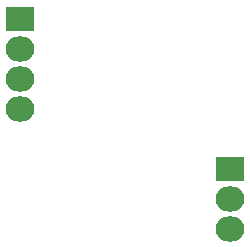
<source format=gbs>
G04 #@! TF.FileFunction,Soldermask,Bot*
%FSLAX46Y46*%
G04 Gerber Fmt 4.6, Leading zero omitted, Abs format (unit mm)*
G04 Created by KiCad (PCBNEW 4.0.1-stable) date 2016/03/20 16:03:40*
%MOMM*%
G01*
G04 APERTURE LIST*
%ADD10C,0.100000*%
%ADD11R,2.432000X2.127200*%
%ADD12O,2.432000X2.127200*%
G04 APERTURE END LIST*
D10*
D11*
X93980000Y-71120000D03*
D12*
X93980000Y-73660000D03*
X93980000Y-76200000D03*
X93980000Y-78740000D03*
D11*
X111760000Y-83820000D03*
D12*
X111760000Y-86360000D03*
X111760000Y-88900000D03*
M02*

</source>
